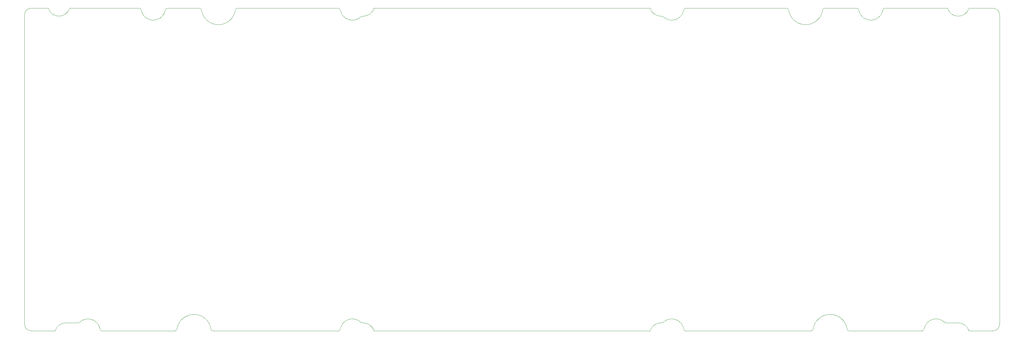
<source format=gbr>
G04 #@! TF.GenerationSoftware,KiCad,Pcbnew,(5.99.0-9972-g9020611657)*
G04 #@! TF.CreationDate,2021-03-30T08:21:05+08:00*
G04 #@! TF.ProjectId,plain60-c,706c6169-6e36-4302-9d63-2e6b69636164,rev?*
G04 #@! TF.SameCoordinates,Original*
G04 #@! TF.FileFunction,Profile,NP*
%FSLAX46Y46*%
G04 Gerber Fmt 4.6, Leading zero omitted, Abs format (unit mm)*
G04 Created by KiCad (PCBNEW (5.99.0-9972-g9020611657)) date 2021-03-30 08:21:05*
%MOMM*%
%LPD*%
G01*
G04 APERTURE LIST*
G04 #@! TA.AperFunction,Profile*
%ADD10C,0.050000*%
G04 #@! TD*
G04 APERTURE END LIST*
D10*
X285225005Y-55724996D02*
X285225005Y-57925000D01*
X525001Y-55724996D02*
X525001Y-57925000D01*
X525000Y-2525006D02*
G75*
G02*
X2525001Y-525006I2000725J-725D01*
G01*
X525001Y-2525006D02*
X525001Y-55724996D01*
X525001Y-57925000D02*
X525001Y-92725000D01*
X2525001Y-94725000D02*
G75*
G02*
X525001Y-92725000I731J2000731D01*
G01*
X2525001Y-94725000D02*
X9484000Y-94725000D01*
X9484000Y-94725000D02*
G75*
G02*
X12600001Y-92399999I3115102J-924350D01*
G01*
X12600001Y-92399999D02*
X16174998Y-92399999D01*
X16609000Y-92219999D02*
G75*
G02*
X16174998Y-92399999I-434860J435285D01*
G01*
X16608999Y-92219999D02*
G75*
G02*
X22575999Y-94154000I2467031J-2560470D01*
G01*
X23146998Y-94725000D02*
G75*
G02*
X22575999Y-94154000I-824J570175D01*
G01*
X23146998Y-94725000D02*
X44490996Y-94725000D01*
X45047004Y-94168999D02*
G75*
G02*
X44490996Y-94725000I-556525J524D01*
G01*
X45047003Y-94168999D02*
G75*
G02*
X54965003Y-94169000I4959000J-770500D01*
G01*
X55521003Y-94724999D02*
G75*
G02*
X54965003Y-94169000I511J556511D01*
G01*
X55521003Y-94725000D02*
X92179000Y-94725000D01*
X92750000Y-94154001D02*
G75*
G02*
X92179000Y-94725000I-570175J-824D01*
G01*
X92749999Y-94154001D02*
G75*
G02*
X98695006Y-92198999I3500206J-627201D01*
G01*
X99180007Y-92399999D02*
G75*
G02*
X98695006Y-92198999I-178J685209D01*
G01*
X99180007Y-92399999D02*
X99449996Y-92399999D01*
X99449996Y-92399998D02*
G75*
G02*
X102565993Y-94725000I902J-3249342D01*
G01*
X102565993Y-94725000D02*
X183184005Y-94725000D01*
X183184006Y-94725000D02*
G75*
G02*
X186300002Y-92399999I3115094J-924340D01*
G01*
X186300002Y-92399999D02*
X186568007Y-92399999D01*
X187057006Y-92197001D02*
G75*
G02*
X186568007Y-92399999I-491530J493567D01*
G01*
X187057005Y-92197000D02*
G75*
G02*
X192999999Y-94154000I2443103J-2583121D01*
G01*
X193570998Y-94725000D02*
G75*
G02*
X192999999Y-94154000I-811J570188D01*
G01*
X193570998Y-94725000D02*
X230229003Y-94725000D01*
X230785003Y-94168999D02*
G75*
G02*
X230229003Y-94725000I-556512J511D01*
G01*
X230785002Y-94168999D02*
G75*
G02*
X240703002Y-94169000I4959000J-770500D01*
G01*
X241259002Y-94724999D02*
G75*
G02*
X240703002Y-94169000I511J556511D01*
G01*
X241259002Y-94725000D02*
X262602996Y-94725000D01*
X263174011Y-94154000D02*
G75*
G02*
X262602996Y-94725000I-570214J-786D01*
G01*
X263174009Y-94154001D02*
G75*
G02*
X269046996Y-92131997I3500748J-627896D01*
G01*
X269692992Y-92399998D02*
G75*
G02*
X269046996Y-92131997I976J914913D01*
G01*
X269692992Y-92399999D02*
X273149993Y-92399999D01*
X273149993Y-92399998D02*
G75*
G02*
X276265990Y-94725000I902J-3249342D01*
G01*
X276265990Y-94725000D02*
X283225005Y-94725000D01*
X285225005Y-92725000D02*
G75*
G02*
X283225005Y-94725000I-2000731J731D01*
G01*
X285225005Y-92725000D02*
X285225005Y-57925000D01*
X285225005Y-55724996D02*
X285225005Y-2525006D01*
X283225005Y-525007D02*
G75*
G02*
X285225005Y-2525006I-724J-2000724D01*
G01*
X283225005Y-525006D02*
X276265990Y-525006D01*
X276265989Y-525009D02*
G75*
G02*
X270033996Y-525006I-3115996J925557D01*
G01*
X270033996Y-525006D02*
X251695006Y-525006D01*
X251123991Y-1096006D02*
G75*
G02*
X251695006Y-525006I570201J799D01*
G01*
X251123992Y-1096005D02*
G75*
G02*
X244123992Y-1096006I-3500000J626656D01*
G01*
X243553008Y-525006D02*
G75*
G02*
X244123992Y-1096006I835J-570149D01*
G01*
X243553008Y-525006D02*
X234130004Y-525006D01*
X233558989Y-1096006D02*
G75*
G02*
X234130004Y-525006I570201J799D01*
G01*
X233558990Y-1096005D02*
G75*
G02*
X223641006Y-1096006I-4958992J770499D01*
G01*
X223070007Y-525006D02*
G75*
G02*
X223641006Y-1096006I824J-570175D01*
G01*
X223070006Y-525006D02*
X193570998Y-525006D01*
X192999999Y-1096006D02*
G75*
G02*
X193570998Y-525006I570175J825D01*
G01*
X193000000Y-1096007D02*
G75*
G02*
X187067000Y-3061994I-3500030J627105D01*
G01*
X99449996Y-2850003D02*
X99223998Y-2850003D01*
X186554000Y-2850004D02*
G75*
G02*
X187067000Y-3061994I1315J-723524D01*
G01*
X186554000Y-2850003D02*
X186300002Y-2850003D01*
X186300001Y-2850004D02*
G75*
G02*
X183184005Y-525006I-891J3249356D01*
G01*
X183184005Y-525006D02*
X102565993Y-525006D01*
X102565991Y-525007D02*
G75*
G02*
X99449996Y-2850003I-3115103J924359D01*
G01*
X98660003Y-3083997D02*
G75*
G02*
X99223998Y-2850003I565387J-566058D01*
G01*
X98660003Y-3083997D02*
G75*
G02*
X92749999Y-1096006I-2409601J2615392D01*
G01*
X92179001Y-525007D02*
G75*
G02*
X92749999Y-1096006I837J-570161D01*
G01*
X92179000Y-525006D02*
X62679999Y-525006D01*
X62109000Y-1096006D02*
G75*
G02*
X62679999Y-525006I570162J838D01*
G01*
X62109001Y-1096005D02*
G75*
G02*
X52191001Y-1096006I-4959000J770508D01*
G01*
X51620002Y-525006D02*
G75*
G02*
X52191001Y-1096006I837J-570162D01*
G01*
X51620002Y-525006D02*
X42196998Y-525006D01*
X41625998Y-1096005D02*
G75*
G02*
X42196998Y-525006I570162J837D01*
G01*
X41625998Y-1096005D02*
G75*
G02*
X34625998Y-1096006I-3500000J626656D01*
G01*
X34055000Y-525007D02*
G75*
G02*
X34625998Y-1096006I837J-570161D01*
G01*
X34054999Y-525006D02*
X13715999Y-525006D01*
X13715998Y-525008D02*
G75*
G02*
X7484000Y-525006I-3115999J925559D01*
G01*
X7484000Y-525006D02*
X2525001Y-525006D01*
M02*

</source>
